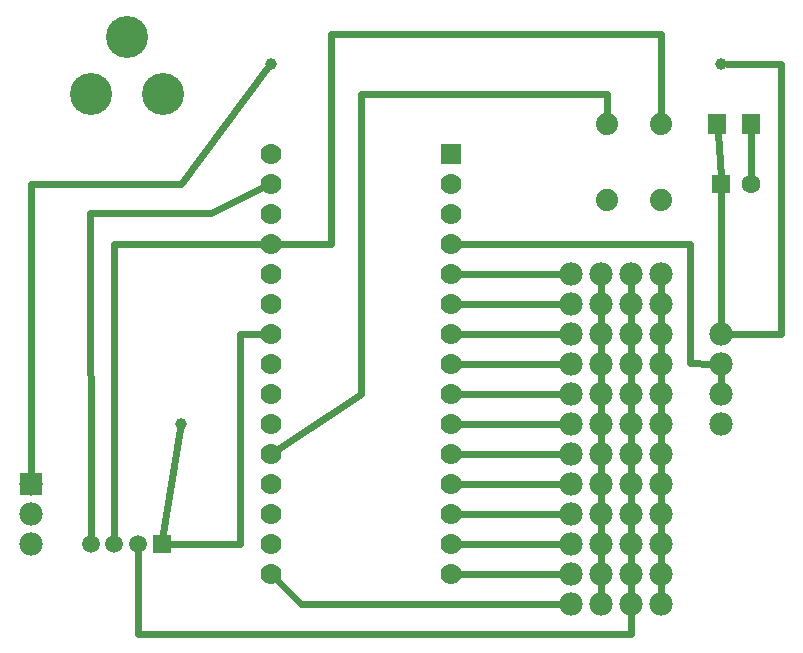
<source format=gtl>
G04 MADE WITH FRITZING*
G04 WWW.FRITZING.ORG*
G04 DOUBLE SIDED*
G04 HOLES PLATED*
G04 CONTOUR ON CENTER OF CONTOUR VECTOR*
%ASAXBY*%
%FSLAX23Y23*%
%MOIN*%
%OFA0B0*%
%SFA1.0B1.0*%
%ADD10C,0.059200*%
%ADD11C,0.070000*%
%ADD12C,0.074000*%
%ADD13C,0.078000*%
%ADD14C,0.140000*%
%ADD15C,0.039370*%
%ADD16C,0.062992*%
%ADD17R,0.059200X0.059200*%
%ADD18R,0.069972X0.070000*%
%ADD19R,0.078000X0.078000*%
%ADD20R,0.062992X0.062992*%
%ADD21R,0.062992X0.070984*%
%ADD22C,0.024000*%
%LNCOPPER1*%
G90*
G70*
G54D10*
X535Y396D03*
X299Y396D03*
X377Y396D03*
X456Y396D03*
G54D11*
X1499Y1696D03*
X1499Y1596D03*
X1499Y1496D03*
X1499Y1396D03*
X1499Y1296D03*
X1499Y1196D03*
X1499Y1096D03*
X1499Y996D03*
X1499Y896D03*
X1499Y796D03*
X1499Y696D03*
X1499Y596D03*
X1499Y496D03*
X1499Y396D03*
X1499Y296D03*
X899Y1696D03*
X899Y1596D03*
X899Y1496D03*
X899Y1396D03*
X899Y1296D03*
X899Y1196D03*
X899Y1096D03*
X899Y996D03*
X899Y896D03*
X899Y796D03*
X899Y696D03*
X899Y596D03*
X899Y496D03*
X899Y396D03*
X899Y296D03*
X1499Y1696D03*
X1499Y1596D03*
X1499Y1496D03*
X1499Y1396D03*
X1499Y1296D03*
X1499Y1196D03*
X1499Y1096D03*
X1499Y996D03*
X1499Y896D03*
X1499Y796D03*
X1499Y696D03*
X1499Y596D03*
X1499Y496D03*
X1499Y396D03*
X1499Y296D03*
X899Y1696D03*
X899Y1596D03*
X899Y1496D03*
X899Y1396D03*
X899Y1296D03*
X899Y1196D03*
X899Y1096D03*
X899Y996D03*
X899Y896D03*
X899Y796D03*
X899Y696D03*
X899Y596D03*
X899Y496D03*
X899Y396D03*
X899Y296D03*
G54D12*
X2199Y1796D03*
X2199Y1540D03*
X2021Y1796D03*
X2021Y1540D03*
X2199Y1796D03*
X2199Y1540D03*
X2021Y1796D03*
X2021Y1540D03*
G54D13*
X2199Y396D03*
X2099Y396D03*
X1999Y396D03*
X1899Y396D03*
X2199Y796D03*
X2099Y796D03*
X1999Y796D03*
X1899Y796D03*
X2199Y1196D03*
X2099Y1196D03*
X1999Y1196D03*
X1899Y1196D03*
X2199Y496D03*
X2099Y496D03*
X1999Y496D03*
X1899Y496D03*
X2199Y896D03*
X2099Y896D03*
X1999Y896D03*
X1899Y896D03*
X2199Y196D03*
X2099Y196D03*
X1999Y196D03*
X1899Y196D03*
X2199Y296D03*
X2099Y296D03*
X1999Y296D03*
X1899Y296D03*
X2199Y596D03*
X2099Y596D03*
X1999Y596D03*
X1899Y596D03*
X2199Y696D03*
X2099Y696D03*
X1999Y696D03*
X1899Y696D03*
X2199Y996D03*
X2099Y996D03*
X1999Y996D03*
X1899Y996D03*
X2199Y1096D03*
X2099Y1096D03*
X1999Y1096D03*
X1899Y1096D03*
X2199Y1296D03*
X2099Y1296D03*
X1999Y1296D03*
X1899Y1296D03*
X99Y596D03*
X99Y496D03*
X99Y396D03*
G54D14*
X539Y1896D03*
X299Y1896D03*
X419Y2086D03*
X539Y1896D03*
X299Y1896D03*
X419Y2086D03*
G54D13*
X2399Y1096D03*
X2399Y996D03*
X2399Y896D03*
X2399Y796D03*
G54D15*
X599Y796D03*
X899Y1996D03*
G54D16*
X2400Y1596D03*
X2499Y1596D03*
G54D15*
X2399Y1996D03*
G54D17*
X535Y396D03*
G54D18*
X1499Y1696D03*
X1499Y1696D03*
G54D19*
X99Y596D03*
G54D20*
X2400Y1596D03*
G54D21*
X2499Y1796D03*
X2387Y1796D03*
G54D22*
X797Y1094D02*
X797Y396D01*
D02*
X797Y396D02*
X570Y396D01*
D02*
X870Y1095D02*
X797Y1094D01*
D02*
X1869Y796D02*
X1528Y796D01*
D02*
X1869Y896D02*
X1528Y896D01*
D02*
X1869Y996D02*
X1528Y996D01*
D02*
X1869Y1096D02*
X1528Y1096D01*
D02*
X1869Y1196D02*
X1528Y1196D01*
D02*
X1869Y1296D02*
X1528Y1296D01*
D02*
X999Y195D02*
X1869Y196D01*
D02*
X919Y275D02*
X999Y195D01*
D02*
X1869Y296D02*
X1528Y296D01*
D02*
X1869Y396D02*
X1528Y396D01*
D02*
X1869Y496D02*
X1528Y496D01*
D02*
X1869Y596D02*
X1528Y596D01*
D02*
X1869Y696D02*
X1528Y696D01*
D02*
X2099Y666D02*
X2099Y626D01*
D02*
X2099Y766D02*
X2099Y726D01*
D02*
X2099Y866D02*
X2099Y826D01*
D02*
X2099Y966D02*
X2099Y926D01*
D02*
X2099Y1066D02*
X2099Y1026D01*
D02*
X2099Y1166D02*
X2099Y1126D01*
D02*
X2099Y1226D02*
X2099Y1266D01*
D02*
X2199Y626D02*
X2199Y666D01*
D02*
X2199Y526D02*
X2199Y566D01*
D02*
X2199Y426D02*
X2199Y466D01*
D02*
X2199Y326D02*
X2199Y366D01*
D02*
X2199Y266D02*
X2199Y226D01*
D02*
X2099Y266D02*
X2099Y226D01*
D02*
X2099Y366D02*
X2099Y326D01*
D02*
X2099Y466D02*
X2099Y426D01*
D02*
X2099Y566D02*
X2099Y526D01*
D02*
X1999Y966D02*
X1999Y926D01*
D02*
X1999Y1066D02*
X1999Y1026D01*
D02*
X1999Y1166D02*
X1999Y1126D01*
D02*
X1999Y1226D02*
X1999Y1266D01*
D02*
X2199Y1226D02*
X2199Y1266D01*
D02*
X2199Y1126D02*
X2199Y1166D01*
D02*
X2199Y1026D02*
X2199Y1066D01*
D02*
X2199Y926D02*
X2199Y966D01*
D02*
X2199Y826D02*
X2199Y866D01*
D02*
X2199Y726D02*
X2199Y766D01*
D02*
X1999Y266D02*
X1999Y226D01*
D02*
X1999Y366D02*
X1999Y326D01*
D02*
X1999Y466D02*
X1999Y426D01*
D02*
X1999Y566D02*
X1999Y526D01*
D02*
X1999Y666D02*
X1999Y626D01*
D02*
X1999Y766D02*
X1999Y726D01*
D02*
X1999Y866D02*
X1999Y826D01*
D02*
X1099Y2094D02*
X1099Y1396D01*
D02*
X2200Y2094D02*
X1099Y2094D01*
D02*
X1099Y1396D02*
X928Y1396D01*
D02*
X2199Y1827D02*
X2200Y2094D01*
D02*
X2021Y1896D02*
X1200Y1896D01*
D02*
X1200Y896D02*
X923Y712D01*
D02*
X1200Y1896D02*
X1200Y896D01*
D02*
X2021Y1827D02*
X2021Y1896D01*
D02*
X2099Y95D02*
X456Y95D01*
D02*
X456Y95D02*
X456Y369D01*
D02*
X2099Y166D02*
X2099Y95D01*
D02*
X596Y777D02*
X540Y430D01*
D02*
X377Y1396D02*
X377Y423D01*
D02*
X870Y1396D02*
X377Y1396D01*
D02*
X297Y1497D02*
X299Y423D01*
D02*
X700Y1497D02*
X297Y1497D01*
D02*
X873Y1583D02*
X700Y1497D01*
D02*
X99Y1594D02*
X99Y626D01*
D02*
X599Y1594D02*
X99Y1594D01*
D02*
X887Y1980D02*
X599Y1594D01*
D02*
X2297Y997D02*
X2369Y996D01*
D02*
X2297Y1396D02*
X2297Y997D01*
D02*
X1528Y1396D02*
X2297Y1396D01*
D02*
X2399Y966D02*
X2399Y926D01*
D02*
X2399Y1126D02*
X2400Y1569D01*
D02*
X2389Y1766D02*
X2398Y1622D01*
D02*
X2499Y1766D02*
X2499Y1622D01*
D02*
X2599Y1996D02*
X2418Y1996D01*
D02*
X2429Y1096D02*
X2599Y1096D01*
D02*
X2599Y1096D02*
X2599Y1996D01*
G04 End of Copper1*
M02*
</source>
